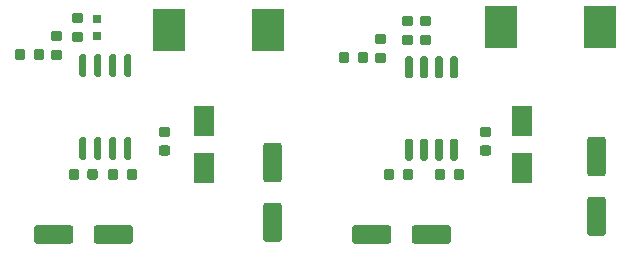
<source format=gtp>
G04 #@! TF.GenerationSoftware,KiCad,Pcbnew,(5.1.6-0-10_14)*
G04 #@! TF.CreationDate,2021-09-09T15:00:30-05:00*
G04 #@! TF.ProjectId,2019-Pi-Power,32303139-2d50-4692-9d50-6f7765722e6b,rev?*
G04 #@! TF.SameCoordinates,Original*
G04 #@! TF.FileFunction,Paste,Top*
G04 #@! TF.FilePolarity,Positive*
%FSLAX46Y46*%
G04 Gerber Fmt 4.6, Leading zero omitted, Abs format (unit mm)*
G04 Created by KiCad (PCBNEW (5.1.6-0-10_14)) date 2021-09-09 15:00:30*
%MOMM*%
%LPD*%
G01*
G04 APERTURE LIST*
%ADD10R,2.700000X3.600000*%
%ADD11R,1.700000X2.500000*%
%ADD12R,0.750000X0.800000*%
G04 APERTURE END LIST*
G36*
G01*
X239621750Y-114028000D02*
X240134250Y-114028000D01*
G75*
G02*
X240353000Y-114246750I0J-218750D01*
G01*
X240353000Y-114684250D01*
G75*
G02*
X240134250Y-114903000I-218750J0D01*
G01*
X239621750Y-114903000D01*
G75*
G02*
X239403000Y-114684250I0J218750D01*
G01*
X239403000Y-114246750D01*
G75*
G02*
X239621750Y-114028000I218750J0D01*
G01*
G37*
G36*
G01*
X239621750Y-112453000D02*
X240134250Y-112453000D01*
G75*
G02*
X240353000Y-112671750I0J-218750D01*
G01*
X240353000Y-113109250D01*
G75*
G02*
X240134250Y-113328000I-218750J0D01*
G01*
X239621750Y-113328000D01*
G75*
G02*
X239403000Y-113109250I0J218750D01*
G01*
X239403000Y-112671750D01*
G75*
G02*
X239621750Y-112453000I218750J0D01*
G01*
G37*
G36*
G01*
X241658250Y-113328000D02*
X241145750Y-113328000D01*
G75*
G02*
X240927000Y-113109250I0J218750D01*
G01*
X240927000Y-112671750D01*
G75*
G02*
X241145750Y-112453000I218750J0D01*
G01*
X241658250Y-112453000D01*
G75*
G02*
X241877000Y-112671750I0J-218750D01*
G01*
X241877000Y-113109250D01*
G75*
G02*
X241658250Y-113328000I-218750J0D01*
G01*
G37*
G36*
G01*
X241658250Y-114903000D02*
X241145750Y-114903000D01*
G75*
G02*
X240927000Y-114684250I0J218750D01*
G01*
X240927000Y-114246750D01*
G75*
G02*
X241145750Y-114028000I218750J0D01*
G01*
X241658250Y-114028000D01*
G75*
G02*
X241877000Y-114246750I0J-218750D01*
G01*
X241877000Y-114684250D01*
G75*
G02*
X241658250Y-114903000I-218750J0D01*
G01*
G37*
G36*
G01*
X243665000Y-122832000D02*
X243965000Y-122832000D01*
G75*
G02*
X244115000Y-122982000I0J-150000D01*
G01*
X244115000Y-124582000D01*
G75*
G02*
X243965000Y-124732000I-150000J0D01*
G01*
X243665000Y-124732000D01*
G75*
G02*
X243515000Y-124582000I0J150000D01*
G01*
X243515000Y-122982000D01*
G75*
G02*
X243665000Y-122832000I150000J0D01*
G01*
G37*
G36*
G01*
X242395000Y-122832000D02*
X242695000Y-122832000D01*
G75*
G02*
X242845000Y-122982000I0J-150000D01*
G01*
X242845000Y-124582000D01*
G75*
G02*
X242695000Y-124732000I-150000J0D01*
G01*
X242395000Y-124732000D01*
G75*
G02*
X242245000Y-124582000I0J150000D01*
G01*
X242245000Y-122982000D01*
G75*
G02*
X242395000Y-122832000I150000J0D01*
G01*
G37*
G36*
G01*
X241125000Y-122832000D02*
X241425000Y-122832000D01*
G75*
G02*
X241575000Y-122982000I0J-150000D01*
G01*
X241575000Y-124582000D01*
G75*
G02*
X241425000Y-124732000I-150000J0D01*
G01*
X241125000Y-124732000D01*
G75*
G02*
X240975000Y-124582000I0J150000D01*
G01*
X240975000Y-122982000D01*
G75*
G02*
X241125000Y-122832000I150000J0D01*
G01*
G37*
G36*
G01*
X239855000Y-122832000D02*
X240155000Y-122832000D01*
G75*
G02*
X240305000Y-122982000I0J-150000D01*
G01*
X240305000Y-124582000D01*
G75*
G02*
X240155000Y-124732000I-150000J0D01*
G01*
X239855000Y-124732000D01*
G75*
G02*
X239705000Y-124582000I0J150000D01*
G01*
X239705000Y-122982000D01*
G75*
G02*
X239855000Y-122832000I150000J0D01*
G01*
G37*
G36*
G01*
X239855000Y-115832000D02*
X240155000Y-115832000D01*
G75*
G02*
X240305000Y-115982000I0J-150000D01*
G01*
X240305000Y-117582000D01*
G75*
G02*
X240155000Y-117732000I-150000J0D01*
G01*
X239855000Y-117732000D01*
G75*
G02*
X239705000Y-117582000I0J150000D01*
G01*
X239705000Y-115982000D01*
G75*
G02*
X239855000Y-115832000I150000J0D01*
G01*
G37*
G36*
G01*
X241125000Y-115832000D02*
X241425000Y-115832000D01*
G75*
G02*
X241575000Y-115982000I0J-150000D01*
G01*
X241575000Y-117582000D01*
G75*
G02*
X241425000Y-117732000I-150000J0D01*
G01*
X241125000Y-117732000D01*
G75*
G02*
X240975000Y-117582000I0J150000D01*
G01*
X240975000Y-115982000D01*
G75*
G02*
X241125000Y-115832000I150000J0D01*
G01*
G37*
G36*
G01*
X242395000Y-115832000D02*
X242695000Y-115832000D01*
G75*
G02*
X242845000Y-115982000I0J-150000D01*
G01*
X242845000Y-117582000D01*
G75*
G02*
X242695000Y-117732000I-150000J0D01*
G01*
X242395000Y-117732000D01*
G75*
G02*
X242245000Y-117582000I0J150000D01*
G01*
X242245000Y-115982000D01*
G75*
G02*
X242395000Y-115832000I150000J0D01*
G01*
G37*
G36*
G01*
X243665000Y-115832000D02*
X243965000Y-115832000D01*
G75*
G02*
X244115000Y-115982000I0J-150000D01*
G01*
X244115000Y-117582000D01*
G75*
G02*
X243965000Y-117732000I-150000J0D01*
G01*
X243665000Y-117732000D01*
G75*
G02*
X243515000Y-117582000I0J150000D01*
G01*
X243515000Y-115982000D01*
G75*
G02*
X243665000Y-115832000I150000J0D01*
G01*
G37*
G36*
G01*
X216042500Y-122705000D02*
X216342500Y-122705000D01*
G75*
G02*
X216492500Y-122855000I0J-150000D01*
G01*
X216492500Y-124455000D01*
G75*
G02*
X216342500Y-124605000I-150000J0D01*
G01*
X216042500Y-124605000D01*
G75*
G02*
X215892500Y-124455000I0J150000D01*
G01*
X215892500Y-122855000D01*
G75*
G02*
X216042500Y-122705000I150000J0D01*
G01*
G37*
G36*
G01*
X214772500Y-122705000D02*
X215072500Y-122705000D01*
G75*
G02*
X215222500Y-122855000I0J-150000D01*
G01*
X215222500Y-124455000D01*
G75*
G02*
X215072500Y-124605000I-150000J0D01*
G01*
X214772500Y-124605000D01*
G75*
G02*
X214622500Y-124455000I0J150000D01*
G01*
X214622500Y-122855000D01*
G75*
G02*
X214772500Y-122705000I150000J0D01*
G01*
G37*
G36*
G01*
X213502500Y-122705000D02*
X213802500Y-122705000D01*
G75*
G02*
X213952500Y-122855000I0J-150000D01*
G01*
X213952500Y-124455000D01*
G75*
G02*
X213802500Y-124605000I-150000J0D01*
G01*
X213502500Y-124605000D01*
G75*
G02*
X213352500Y-124455000I0J150000D01*
G01*
X213352500Y-122855000D01*
G75*
G02*
X213502500Y-122705000I150000J0D01*
G01*
G37*
G36*
G01*
X212232500Y-122705000D02*
X212532500Y-122705000D01*
G75*
G02*
X212682500Y-122855000I0J-150000D01*
G01*
X212682500Y-124455000D01*
G75*
G02*
X212532500Y-124605000I-150000J0D01*
G01*
X212232500Y-124605000D01*
G75*
G02*
X212082500Y-124455000I0J150000D01*
G01*
X212082500Y-122855000D01*
G75*
G02*
X212232500Y-122705000I150000J0D01*
G01*
G37*
G36*
G01*
X212232500Y-115705000D02*
X212532500Y-115705000D01*
G75*
G02*
X212682500Y-115855000I0J-150000D01*
G01*
X212682500Y-117455000D01*
G75*
G02*
X212532500Y-117605000I-150000J0D01*
G01*
X212232500Y-117605000D01*
G75*
G02*
X212082500Y-117455000I0J150000D01*
G01*
X212082500Y-115855000D01*
G75*
G02*
X212232500Y-115705000I150000J0D01*
G01*
G37*
G36*
G01*
X213502500Y-115705000D02*
X213802500Y-115705000D01*
G75*
G02*
X213952500Y-115855000I0J-150000D01*
G01*
X213952500Y-117455000D01*
G75*
G02*
X213802500Y-117605000I-150000J0D01*
G01*
X213502500Y-117605000D01*
G75*
G02*
X213352500Y-117455000I0J150000D01*
G01*
X213352500Y-115855000D01*
G75*
G02*
X213502500Y-115705000I150000J0D01*
G01*
G37*
G36*
G01*
X214772500Y-115705000D02*
X215072500Y-115705000D01*
G75*
G02*
X215222500Y-115855000I0J-150000D01*
G01*
X215222500Y-117455000D01*
G75*
G02*
X215072500Y-117605000I-150000J0D01*
G01*
X214772500Y-117605000D01*
G75*
G02*
X214622500Y-117455000I0J150000D01*
G01*
X214622500Y-115855000D01*
G75*
G02*
X214772500Y-115705000I150000J0D01*
G01*
G37*
G36*
G01*
X216042500Y-115705000D02*
X216342500Y-115705000D01*
G75*
G02*
X216492500Y-115855000I0J-150000D01*
G01*
X216492500Y-117455000D01*
G75*
G02*
X216342500Y-117605000I-150000J0D01*
G01*
X216042500Y-117605000D01*
G75*
G02*
X215892500Y-117455000I0J150000D01*
G01*
X215892500Y-115855000D01*
G75*
G02*
X216042500Y-115705000I150000J0D01*
G01*
G37*
G36*
G01*
X235656000Y-116220250D02*
X235656000Y-115707750D01*
G75*
G02*
X235874750Y-115489000I218750J0D01*
G01*
X236312250Y-115489000D01*
G75*
G02*
X236531000Y-115707750I0J-218750D01*
G01*
X236531000Y-116220250D01*
G75*
G02*
X236312250Y-116439000I-218750J0D01*
G01*
X235874750Y-116439000D01*
G75*
G02*
X235656000Y-116220250I0J218750D01*
G01*
G37*
G36*
G01*
X234081000Y-116220250D02*
X234081000Y-115707750D01*
G75*
G02*
X234299750Y-115489000I218750J0D01*
G01*
X234737250Y-115489000D01*
G75*
G02*
X234956000Y-115707750I0J-218750D01*
G01*
X234956000Y-116220250D01*
G75*
G02*
X234737250Y-116439000I-218750J0D01*
G01*
X234299750Y-116439000D01*
G75*
G02*
X234081000Y-116220250I0J218750D01*
G01*
G37*
G36*
G01*
X237848250Y-114852000D02*
X237335750Y-114852000D01*
G75*
G02*
X237117000Y-114633250I0J218750D01*
G01*
X237117000Y-114195750D01*
G75*
G02*
X237335750Y-113977000I218750J0D01*
G01*
X237848250Y-113977000D01*
G75*
G02*
X238067000Y-114195750I0J-218750D01*
G01*
X238067000Y-114633250D01*
G75*
G02*
X237848250Y-114852000I-218750J0D01*
G01*
G37*
G36*
G01*
X237848250Y-116427000D02*
X237335750Y-116427000D01*
G75*
G02*
X237117000Y-116208250I0J218750D01*
G01*
X237117000Y-115770750D01*
G75*
G02*
X237335750Y-115552000I218750J0D01*
G01*
X237848250Y-115552000D01*
G75*
G02*
X238067000Y-115770750I0J-218750D01*
G01*
X238067000Y-116208250D01*
G75*
G02*
X237848250Y-116427000I-218750J0D01*
G01*
G37*
G36*
G01*
X238766000Y-125613750D02*
X238766000Y-126126250D01*
G75*
G02*
X238547250Y-126345000I-218750J0D01*
G01*
X238109750Y-126345000D01*
G75*
G02*
X237891000Y-126126250I0J218750D01*
G01*
X237891000Y-125613750D01*
G75*
G02*
X238109750Y-125395000I218750J0D01*
G01*
X238547250Y-125395000D01*
G75*
G02*
X238766000Y-125613750I0J-218750D01*
G01*
G37*
G36*
G01*
X240341000Y-125613750D02*
X240341000Y-126126250D01*
G75*
G02*
X240122250Y-126345000I-218750J0D01*
G01*
X239684750Y-126345000D01*
G75*
G02*
X239466000Y-126126250I0J218750D01*
G01*
X239466000Y-125613750D01*
G75*
G02*
X239684750Y-125395000I218750J0D01*
G01*
X240122250Y-125395000D01*
G75*
G02*
X240341000Y-125613750I0J-218750D01*
G01*
G37*
G36*
G01*
X208224000Y-115966250D02*
X208224000Y-115453750D01*
G75*
G02*
X208442750Y-115235000I218750J0D01*
G01*
X208880250Y-115235000D01*
G75*
G02*
X209099000Y-115453750I0J-218750D01*
G01*
X209099000Y-115966250D01*
G75*
G02*
X208880250Y-116185000I-218750J0D01*
G01*
X208442750Y-116185000D01*
G75*
G02*
X208224000Y-115966250I0J218750D01*
G01*
G37*
G36*
G01*
X206649000Y-115966250D02*
X206649000Y-115453750D01*
G75*
G02*
X206867750Y-115235000I218750J0D01*
G01*
X207305250Y-115235000D01*
G75*
G02*
X207524000Y-115453750I0J-218750D01*
G01*
X207524000Y-115966250D01*
G75*
G02*
X207305250Y-116185000I-218750J0D01*
G01*
X206867750Y-116185000D01*
G75*
G02*
X206649000Y-115966250I0J218750D01*
G01*
G37*
G36*
G01*
X211681750Y-113774000D02*
X212194250Y-113774000D01*
G75*
G02*
X212413000Y-113992750I0J-218750D01*
G01*
X212413000Y-114430250D01*
G75*
G02*
X212194250Y-114649000I-218750J0D01*
G01*
X211681750Y-114649000D01*
G75*
G02*
X211463000Y-114430250I0J218750D01*
G01*
X211463000Y-113992750D01*
G75*
G02*
X211681750Y-113774000I218750J0D01*
G01*
G37*
G36*
G01*
X211681750Y-112199000D02*
X212194250Y-112199000D01*
G75*
G02*
X212413000Y-112417750I0J-218750D01*
G01*
X212413000Y-112855250D01*
G75*
G02*
X212194250Y-113074000I-218750J0D01*
G01*
X211681750Y-113074000D01*
G75*
G02*
X211463000Y-112855250I0J218750D01*
G01*
X211463000Y-112417750D01*
G75*
G02*
X211681750Y-112199000I218750J0D01*
G01*
G37*
G36*
G01*
X210416250Y-114598000D02*
X209903750Y-114598000D01*
G75*
G02*
X209685000Y-114379250I0J218750D01*
G01*
X209685000Y-113941750D01*
G75*
G02*
X209903750Y-113723000I218750J0D01*
G01*
X210416250Y-113723000D01*
G75*
G02*
X210635000Y-113941750I0J-218750D01*
G01*
X210635000Y-114379250D01*
G75*
G02*
X210416250Y-114598000I-218750J0D01*
G01*
G37*
G36*
G01*
X210416250Y-116173000D02*
X209903750Y-116173000D01*
G75*
G02*
X209685000Y-115954250I0J218750D01*
G01*
X209685000Y-115516750D01*
G75*
G02*
X209903750Y-115298000I218750J0D01*
G01*
X210416250Y-115298000D01*
G75*
G02*
X210635000Y-115516750I0J-218750D01*
G01*
X210635000Y-115954250D01*
G75*
G02*
X210416250Y-116173000I-218750J0D01*
G01*
G37*
G36*
G01*
X212070500Y-125613750D02*
X212070500Y-126126250D01*
G75*
G02*
X211851750Y-126345000I-218750J0D01*
G01*
X211414250Y-126345000D01*
G75*
G02*
X211195500Y-126126250I0J218750D01*
G01*
X211195500Y-125613750D01*
G75*
G02*
X211414250Y-125395000I218750J0D01*
G01*
X211851750Y-125395000D01*
G75*
G02*
X212070500Y-125613750I0J-218750D01*
G01*
G37*
G36*
G01*
X213645500Y-125613750D02*
X213645500Y-126126250D01*
G75*
G02*
X213426750Y-126345000I-218750J0D01*
G01*
X212989250Y-126345000D01*
G75*
G02*
X212770500Y-126126250I0J218750D01*
G01*
X212770500Y-125613750D01*
G75*
G02*
X212989250Y-125395000I218750J0D01*
G01*
X213426750Y-125395000D01*
G75*
G02*
X213645500Y-125613750I0J-218750D01*
G01*
G37*
D10*
X247834000Y-113424000D03*
X256134000Y-113424000D03*
X219726000Y-113678000D03*
X228026000Y-113678000D03*
D11*
X249530000Y-121330000D03*
X249530000Y-125330000D03*
X222606000Y-121330000D03*
X222606000Y-125330000D03*
G36*
G01*
X255330000Y-127761000D02*
X256430000Y-127761000D01*
G75*
G02*
X256680000Y-128011000I0J-250000D01*
G01*
X256680000Y-130836000D01*
G75*
G02*
X256430000Y-131086000I-250000J0D01*
G01*
X255330000Y-131086000D01*
G75*
G02*
X255080000Y-130836000I0J250000D01*
G01*
X255080000Y-128011000D01*
G75*
G02*
X255330000Y-127761000I250000J0D01*
G01*
G37*
G36*
G01*
X255330000Y-122686000D02*
X256430000Y-122686000D01*
G75*
G02*
X256680000Y-122936000I0J-250000D01*
G01*
X256680000Y-125761000D01*
G75*
G02*
X256430000Y-126011000I-250000J0D01*
G01*
X255330000Y-126011000D01*
G75*
G02*
X255080000Y-125761000I0J250000D01*
G01*
X255080000Y-122936000D01*
G75*
G02*
X255330000Y-122686000I250000J0D01*
G01*
G37*
G36*
G01*
X246225750Y-123400500D02*
X246738250Y-123400500D01*
G75*
G02*
X246957000Y-123619250I0J-218750D01*
G01*
X246957000Y-124056750D01*
G75*
G02*
X246738250Y-124275500I-218750J0D01*
G01*
X246225750Y-124275500D01*
G75*
G02*
X246007000Y-124056750I0J218750D01*
G01*
X246007000Y-123619250D01*
G75*
G02*
X246225750Y-123400500I218750J0D01*
G01*
G37*
G36*
G01*
X246225750Y-121825500D02*
X246738250Y-121825500D01*
G75*
G02*
X246957000Y-122044250I0J-218750D01*
G01*
X246957000Y-122481750D01*
G75*
G02*
X246738250Y-122700500I-218750J0D01*
G01*
X246225750Y-122700500D01*
G75*
G02*
X246007000Y-122481750I0J218750D01*
G01*
X246007000Y-122044250D01*
G75*
G02*
X246225750Y-121825500I218750J0D01*
G01*
G37*
G36*
G01*
X243784000Y-126126250D02*
X243784000Y-125613750D01*
G75*
G02*
X244002750Y-125395000I218750J0D01*
G01*
X244440250Y-125395000D01*
G75*
G02*
X244659000Y-125613750I0J-218750D01*
G01*
X244659000Y-126126250D01*
G75*
G02*
X244440250Y-126345000I-218750J0D01*
G01*
X244002750Y-126345000D01*
G75*
G02*
X243784000Y-126126250I0J218750D01*
G01*
G37*
G36*
G01*
X242209000Y-126126250D02*
X242209000Y-125613750D01*
G75*
G02*
X242427750Y-125395000I218750J0D01*
G01*
X242865250Y-125395000D01*
G75*
G02*
X243084000Y-125613750I0J-218750D01*
G01*
X243084000Y-126126250D01*
G75*
G02*
X242865250Y-126345000I-218750J0D01*
G01*
X242427750Y-126345000D01*
G75*
G02*
X242209000Y-126126250I0J218750D01*
G01*
G37*
G36*
G01*
X238495000Y-130400000D02*
X238495000Y-131500000D01*
G75*
G02*
X238245000Y-131750000I-250000J0D01*
G01*
X235420000Y-131750000D01*
G75*
G02*
X235170000Y-131500000I0J250000D01*
G01*
X235170000Y-130400000D01*
G75*
G02*
X235420000Y-130150000I250000J0D01*
G01*
X238245000Y-130150000D01*
G75*
G02*
X238495000Y-130400000I0J-250000D01*
G01*
G37*
G36*
G01*
X243570000Y-130400000D02*
X243570000Y-131500000D01*
G75*
G02*
X243320000Y-131750000I-250000J0D01*
G01*
X240495000Y-131750000D01*
G75*
G02*
X240245000Y-131500000I0J250000D01*
G01*
X240245000Y-130400000D01*
G75*
G02*
X240495000Y-130150000I250000J0D01*
G01*
X243320000Y-130150000D01*
G75*
G02*
X243570000Y-130400000I0J-250000D01*
G01*
G37*
G36*
G01*
X227898000Y-128269000D02*
X228998000Y-128269000D01*
G75*
G02*
X229248000Y-128519000I0J-250000D01*
G01*
X229248000Y-131344000D01*
G75*
G02*
X228998000Y-131594000I-250000J0D01*
G01*
X227898000Y-131594000D01*
G75*
G02*
X227648000Y-131344000I0J250000D01*
G01*
X227648000Y-128519000D01*
G75*
G02*
X227898000Y-128269000I250000J0D01*
G01*
G37*
G36*
G01*
X227898000Y-123194000D02*
X228998000Y-123194000D01*
G75*
G02*
X229248000Y-123444000I0J-250000D01*
G01*
X229248000Y-126269000D01*
G75*
G02*
X228998000Y-126519000I-250000J0D01*
G01*
X227898000Y-126519000D01*
G75*
G02*
X227648000Y-126269000I0J250000D01*
G01*
X227648000Y-123444000D01*
G75*
G02*
X227898000Y-123194000I250000J0D01*
G01*
G37*
G36*
G01*
X219047750Y-123400500D02*
X219560250Y-123400500D01*
G75*
G02*
X219779000Y-123619250I0J-218750D01*
G01*
X219779000Y-124056750D01*
G75*
G02*
X219560250Y-124275500I-218750J0D01*
G01*
X219047750Y-124275500D01*
G75*
G02*
X218829000Y-124056750I0J218750D01*
G01*
X218829000Y-123619250D01*
G75*
G02*
X219047750Y-123400500I218750J0D01*
G01*
G37*
G36*
G01*
X219047750Y-121825500D02*
X219560250Y-121825500D01*
G75*
G02*
X219779000Y-122044250I0J-218750D01*
G01*
X219779000Y-122481750D01*
G75*
G02*
X219560250Y-122700500I-218750J0D01*
G01*
X219047750Y-122700500D01*
G75*
G02*
X218829000Y-122481750I0J218750D01*
G01*
X218829000Y-122044250D01*
G75*
G02*
X219047750Y-121825500I218750J0D01*
G01*
G37*
G36*
G01*
X216098000Y-126126250D02*
X216098000Y-125613750D01*
G75*
G02*
X216316750Y-125395000I218750J0D01*
G01*
X216754250Y-125395000D01*
G75*
G02*
X216973000Y-125613750I0J-218750D01*
G01*
X216973000Y-126126250D01*
G75*
G02*
X216754250Y-126345000I-218750J0D01*
G01*
X216316750Y-126345000D01*
G75*
G02*
X216098000Y-126126250I0J218750D01*
G01*
G37*
G36*
G01*
X214523000Y-126126250D02*
X214523000Y-125613750D01*
G75*
G02*
X214741750Y-125395000I218750J0D01*
G01*
X215179250Y-125395000D01*
G75*
G02*
X215398000Y-125613750I0J-218750D01*
G01*
X215398000Y-126126250D01*
G75*
G02*
X215179250Y-126345000I-218750J0D01*
G01*
X214741750Y-126345000D01*
G75*
G02*
X214523000Y-126126250I0J218750D01*
G01*
G37*
G36*
G01*
X211571000Y-130400000D02*
X211571000Y-131500000D01*
G75*
G02*
X211321000Y-131750000I-250000J0D01*
G01*
X208496000Y-131750000D01*
G75*
G02*
X208246000Y-131500000I0J250000D01*
G01*
X208246000Y-130400000D01*
G75*
G02*
X208496000Y-130150000I250000J0D01*
G01*
X211321000Y-130150000D01*
G75*
G02*
X211571000Y-130400000I0J-250000D01*
G01*
G37*
G36*
G01*
X216646000Y-130400000D02*
X216646000Y-131500000D01*
G75*
G02*
X216396000Y-131750000I-250000J0D01*
G01*
X213571000Y-131750000D01*
G75*
G02*
X213321000Y-131500000I0J250000D01*
G01*
X213321000Y-130400000D01*
G75*
G02*
X213571000Y-130150000I250000J0D01*
G01*
X216396000Y-130150000D01*
G75*
G02*
X216646000Y-130400000I0J-250000D01*
G01*
G37*
D12*
X213589000Y-112686000D03*
X213589000Y-114186000D03*
M02*

</source>
